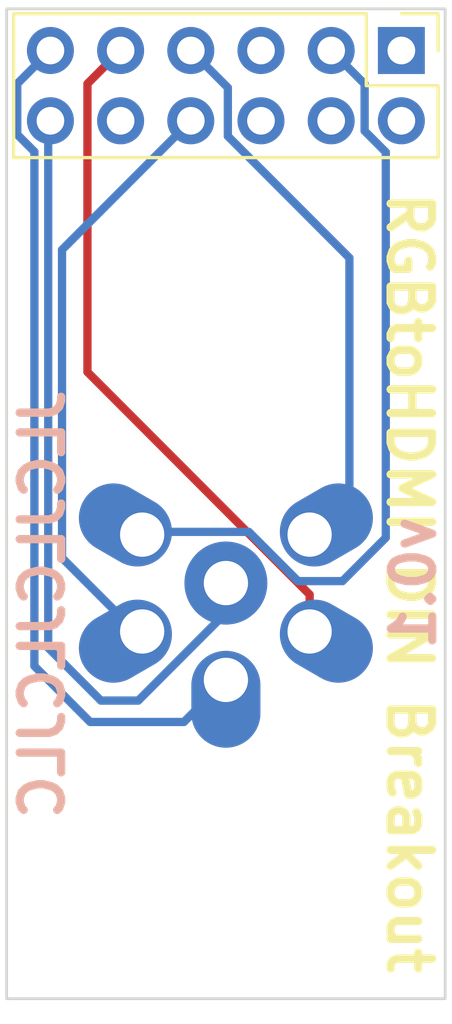
<source format=kicad_pcb>
(kicad_pcb (version 20211014) (generator pcbnew)
  (layers (0 "F.Cu" signal) (31 "B.Cu" signal) (34 "B.Paste" user) (35 "F.Paste" user) (36 "B.SilkS" user "B.Silkscreen") (37 "F.SilkS" user "F.Silkscreen") (38 "B.Mask" user) (39 "F.Mask" user) (44 "Edge.Cuts" user))
  (net 0 "")
  (net 1 "/RED3")
  (net 2 "/GREEN3")
  (net 3 "/BLUE3")
  (net 4 "/HSYNC")
  (net 5 "/GND")
  (net 6 "/5v")
  (footprint "Connector_PinHeader_2.54mm:PinHeader_2x06_P2.54mm_Vertical" (layer "F.Cu") (at 154.02 68.765 -90)
    (fp_text reference "J2" hide)
    (fp_text value "Conn_02x06_Odd_Even" hide)
    (fp_line (start -1.33 -1.33) (end 0 -1.33) (layer "F.SilkS") (width 0.12))
    (fp_line (start -1.33 0) (end -1.33 -1.33) (layer "F.SilkS") (width 0.12))
    (fp_line (start -1.33 1.27) (end 1.27 1.27) (layer "F.SilkS") (width 0.12))
    (fp_line (start 3.87 -1.33) (end 3.87 14.03) (layer "F.SilkS") (width 0.12))
    (fp_line (start -1.33 1.27) (end -1.33 14.03) (layer "F.SilkS") (width 0.12))
    (fp_line (start 1.27 -1.33) (end 3.87 -1.33) (layer "F.SilkS") (width 0.12))
    (fp_line (start 1.27 1.27) (end 1.27 -1.33) (layer "F.SilkS") (width 0.12))
    (fp_line (start -1.33 14.03) (end 3.87 14.03) (layer "F.SilkS") (width 0.12))
    (pad "1" thru_hole rect (at 0 0 270) (size 1.7 1.7) (drill 1) (layers *.Cu *.Mask))
    (pad "2" thru_hole oval (at 2.54 0 270) (size 1.7 1.7) (drill 1) (layers *.Cu *.Mask))
    (pad "3" thru_hole oval (at 0 2.54 270) (size 1.7 1.7) (drill 1) (layers *.Cu *.Mask) (net 5 "/GND"))
    (pad "4" thru_hole oval (at 2.54 2.54 270) (size 1.7 1.7) (drill 1) (layers *.Cu *.Mask))
    (pad "5" thru_hole oval (at 0 5.08 270) (size 1.7 1.7) (drill 1) (layers *.Cu *.Mask))
    (pad "6" thru_hole oval (at 2.54 5.08 270) (size 1.7 1.7) (drill 1) (layers *.Cu *.Mask))
    (pad "7" thru_hole oval (at 0 7.62 270) (size 1.7 1.7) (drill 1) (layers *.Cu *.Mask) (net 1 "/RED3"))
    (pad "8" thru_hole oval (at 2.54 7.62 270) (size 1.7 1.7) (drill 1) (layers *.Cu *.Mask) (net 4 "/HSYNC"))
    (pad "9" thru_hole oval (at 0 10.16 270) (size 1.7 1.7) (drill 1) (layers *.Cu *.Mask) (net 2 "/GREEN3"))
    (pad "10" thru_hole oval (at 2.54 10.16 270) (size 1.7 1.7) (drill 1) (layers *.Cu *.Mask))
    (pad "11" thru_hole oval (at 0 12.7 270) (size 1.7 1.7) (drill 1) (layers *.Cu *.Mask) (net 3 "/BLUE3"))
    (pad "12" thru_hole oval (at 2.54 12.7 270) (size 1.7 1.7) (drill 1) (layers *.Cu *.Mask) (net 6 "/5v"))
  )
  (footprint "MountingHole:MountingHole_3.2mm_M3" (layer "F.Cu") (at 147.67 98.91)
    (fp_text reference "H2" hide)
    (fp_text value "MountingHole")
    (pad "" np_thru_hole circle (at 0 0) (size 3.2 3.2) (drill 3.2) (layers *.Cu *.Mask))
  )
  (footprint "MountingHole:MountingHole_3.2mm_M3" (layer "F.Cu") (at 147.67 77.22)
    (fp_text reference "H1" hide)
    (fp_text value "MountingHole")
    (pad "" np_thru_hole circle (at 0 0) (size 3.2 3.2) (drill 3.2) (layers *.Cu *.Mask))
  )
  (footprint "RGBtoHDMI_DIN:DIN6" (layer "B.Cu") (at 147.67 88.01)
    (fp_text reference "J1" hide)
    (fp_text value "DIN-6")
    (pad "1" thru_hole oval (at 3.03 -1.75 30) (size 3.5 2.5) (drill 1.6 (offset 0.7 0)) (layers *.Cu *.Mask) (net 1 "/RED3"))
    (pad "2" thru_hole oval (at 3.03 1.75 330) (size 3.5 2.5) (drill 1.6 (offset 0.7 0)) (layers *.Cu *.Mask) (net 2 "/GREEN3"))
    (pad "3" thru_hole oval (at 0 3.5 270) (size 3.5 2.5) (drill 1.6 (offset 0.7 0)) (layers *.Cu *.Mask) (net 3 "/BLUE3"))
    (pad "4" thru_hole oval (at -3.03 1.75 210) (size 3.5 2.5) (drill 1.6 (offset 0.7 0)) (layers *.Cu *.Mask) (net 4 "/HSYNC"))
    (pad "5" thru_hole oval (at -3.03 -1.75 150) (size 3.5 2.5) (drill 1.6 (offset 0.7 0)) (layers *.Cu *.Mask) (net 5 "/GND"))
    (pad "6" thru_hole circle (at 0 0 30) (size 3 3) (drill 1.6) (layers *.Cu *.Mask) (net 6 "/5v"))
  )
  (gr_rect (start 139.735 67.26) (end 155.605 103.03) (layer "Edge.Cuts") (width 0.1) (fill none))
  (gr_text "v0.1" (at 154.46 88.01 90) (layer "B.SilkS") (effects (font (size 1.5 1.5) (thickness 0.3)) (justify mirror)))
  (gr_text "JLCJLCJLCJLC" (at 141.03 88.78 90) (layer "B.SilkS") (effects (font (size 1.5 1.5) (thickness 0.3)) (justify mirror)))
  (gr_text "RGBtoHDMI DIN Breakout" (at 154.31 88.01 270) (layer "F.SilkS") (effects (font (size 1.5 1.5) (thickness 0.3))))
  (segment (start 150.7 86.26) (end 152.14 84.82) (width 0.3) (layer "B.Cu") (net 1))
  (segment (start 152.14 84.82) (end 152.14 76.26) (width 0.3) (layer "B.Cu") (net 1))
  (segment (start 147.74 71.86) (end 147.74 70.105) (width 0.3) (layer "B.Cu") (net 1))
  (segment (start 147.74 70.105) (end 146.4 68.765) (width 0.3) (layer "B.Cu") (net 1))
  (segment (start 152.14 76.26) (end 147.74 71.86) (width 0.3) (layer "B.Cu") (net 1))
  (segment (start 150.7 88.423704) (end 142.66 80.383704) (width 0.3) (layer "F.Cu") (net 2))
  (segment (start 142.66 80.383704) (end 142.66 69.965) (width 0.3) (layer "F.Cu") (net 2))
  (segment (start 142.66 69.965) (end 143.86 68.765) (width 0.3) (layer "F.Cu") (net 2))
  (segment (start 150.7 89.76) (end 150.7 88.423704) (width 0.3) (layer "F.Cu") (net 2))
  (segment (start 140.74 91.01) (end 140.74 72.422057) (width 0.3) (layer "B.Cu") (net 3))
  (segment (start 140.12 69.965) (end 141.32 68.765) (width 0.3) (layer "B.Cu") (net 3))
  (segment (start 140.12 71.802057) (end 140.12 69.965) (width 0.3) (layer "B.Cu") (net 3))
  (segment (start 147.67 91.51) (end 146.15 93.03) (width 0.3) (layer "B.Cu") (net 3))
  (segment (start 146.15 93.03) (end 142.76 93.03) (width 0.3) (layer "B.Cu") (net 3))
  (segment (start 140.74 72.422057) (end 140.12 71.802057) (width 0.3) (layer "B.Cu") (net 3))
  (segment (start 142.76 93.03) (end 140.74 91.01) (width 0.3) (layer "B.Cu") (net 3))
  (segment (start 144.4 89.76) (end 141.74 87.1) (width 0.3) (layer "B.Cu") (net 4))
  (segment (start 141.74 75.965) (end 146.4 71.305) (width 0.3) (layer "B.Cu") (net 4))
  (segment (start 141.74 87.1) (end 141.74 75.965) (width 0.3) (layer "B.Cu") (net 4))
  (segment (start 144.64 89.76) (end 144.4 89.76) (width 0.3) (layer "B.Cu") (net 4))
  (segment (start 144.74 86.16) (end 148.5 86.16) (width 0.3) (layer "B.Cu") (net 5))
  (segment (start 152.69 71.67135) (end 152.69 69.975) (width 0.3) (layer "B.Cu") (net 5))
  (segment (start 150.28 87.94) (end 151.887453 87.94) (width 0.3) (layer "B.Cu") (net 5))
  (segment (start 148.5 86.16) (end 150.28 87.94) (width 0.3) (layer "B.Cu") (net 5))
  (segment (start 144.64 86.26) (end 144.74 86.16) (width 0.3) (layer "B.Cu") (net 5))
  (segment (start 153.456243 72.437593) (end 152.69 71.67135) (width 0.3) (layer "B.Cu") (net 5))
  (segment (start 151.887453 87.94) (end 153.456243 86.37121) (width 0.3) (layer "B.Cu") (net 5))
  (segment (start 153.456243 86.37121) (end 153.456243 72.437593) (width 0.3) (layer "B.Cu") (net 5))
  (segment (start 152.69 69.975) (end 151.48 68.765) (width 0.3) (layer "B.Cu") (net 5))
  (segment (start 147.67 89.085017) (end 144.498128 92.256889) (width 0.3) (layer "B.Cu") (net 6))
  (segment (start 141.24 71.385) (end 141.32 71.305) (width 0.3) (layer "B.Cu") (net 6))
  (segment (start 144.498128 92.256889) (end 143.146889 92.256889) (width 0.3) (layer "B.Cu") (net 6))
  (segment (start 147.67 88.01) (end 147.67 89.085017) (width 0.3) (layer "B.Cu") (net 6))
  (segment (start 143.146889 92.256889) (end 141.24 90.35) (width 0.3) (layer "B.Cu") (net 6))
  (segment (start 141.24 90.35) (end 141.24 71.385) (width 0.3) (layer "B.Cu") (net 6))
)
</source>
